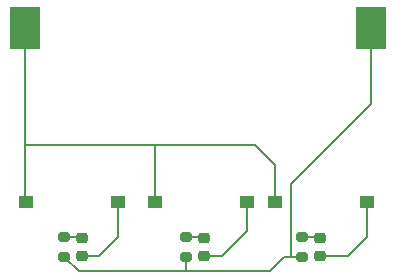
<source format=gbr>
%TF.GenerationSoftware,KiCad,Pcbnew,8.0.6*%
%TF.CreationDate,2025-04-02T21:44:45+01:00*%
%TF.ProjectId,PCB_1001_00,5043425f-3130-4303-915f-30302e6b6963,01*%
%TF.SameCoordinates,Original*%
%TF.FileFunction,Copper,L1,Top*%
%TF.FilePolarity,Positive*%
%FSLAX46Y46*%
G04 Gerber Fmt 4.6, Leading zero omitted, Abs format (unit mm)*
G04 Created by KiCad (PCBNEW 8.0.6) date 2025-04-02 21:44:45*
%MOMM*%
%LPD*%
G01*
G04 APERTURE LIST*
G04 Aperture macros list*
%AMRoundRect*
0 Rectangle with rounded corners*
0 $1 Rounding radius*
0 $2 $3 $4 $5 $6 $7 $8 $9 X,Y pos of 4 corners*
0 Add a 4 corners polygon primitive as box body*
4,1,4,$2,$3,$4,$5,$6,$7,$8,$9,$2,$3,0*
0 Add four circle primitives for the rounded corners*
1,1,$1+$1,$2,$3*
1,1,$1+$1,$4,$5*
1,1,$1+$1,$6,$7*
1,1,$1+$1,$8,$9*
0 Add four rect primitives between the rounded corners*
20,1,$1+$1,$2,$3,$4,$5,0*
20,1,$1+$1,$4,$5,$6,$7,0*
20,1,$1+$1,$6,$7,$8,$9,0*
20,1,$1+$1,$8,$9,$2,$3,0*%
G04 Aperture macros list end*
%TA.AperFunction,SMDPad,CuDef*%
%ADD10RoundRect,0.218750X-0.256250X0.218750X-0.256250X-0.218750X0.256250X-0.218750X0.256250X0.218750X0*%
%TD*%
%TA.AperFunction,SMDPad,CuDef*%
%ADD11R,1.250000X1.000000*%
%TD*%
%TA.AperFunction,SMDPad,CuDef*%
%ADD12R,2.600000X3.600000*%
%TD*%
%TA.AperFunction,SMDPad,CuDef*%
%ADD13RoundRect,0.200000X-0.275000X0.200000X-0.275000X-0.200000X0.275000X-0.200000X0.275000X0.200000X0*%
%TD*%
%TA.AperFunction,Conductor*%
%ADD14C,0.200000*%
%TD*%
G04 APERTURE END LIST*
D10*
%TO.P,D2,1,K*%
%TO.N,Net-(D2-K)*%
X143256000Y-108178500D03*
%TO.P,D2,2,A*%
%TO.N,Net-(D2-A)*%
X143256000Y-109753500D03*
%TD*%
D11*
%TO.P,SW2,1,A*%
%TO.N,Net-(BT1-+)*%
X139127000Y-105156000D03*
%TO.P,SW2,2,B*%
%TO.N,Net-(D2-A)*%
X146877000Y-105156000D03*
%TD*%
D10*
%TO.P,D3,1,K*%
%TO.N,Net-(D3-K)*%
X153097000Y-108178500D03*
%TO.P,D3,2,A*%
%TO.N,Net-(D3-A)*%
X153097000Y-109753500D03*
%TD*%
%TO.P,D1,1,K*%
%TO.N,Net-(D1-K)*%
X132979000Y-108178500D03*
%TO.P,D1,2,A*%
%TO.N,Net-(D1-A)*%
X132979000Y-109753500D03*
%TD*%
D11*
%TO.P,SW3,1,A*%
%TO.N,Net-(BT1-+)*%
X149287000Y-105156000D03*
%TO.P,SW3,2,B*%
%TO.N,Net-(D3-A)*%
X157037000Y-105156000D03*
%TD*%
D12*
%TO.P,BT1,1,+*%
%TO.N,Net-(BT1-+)*%
X128098000Y-90424000D03*
%TO.P,BT1,2,-*%
%TO.N,Net-(BT1--)*%
X157398000Y-90424000D03*
%TD*%
D13*
%TO.P,R2,1*%
%TO.N,Net-(D2-K)*%
X141732000Y-108121000D03*
%TO.P,R2,2*%
%TO.N,Net-(BT1--)*%
X141732000Y-109771000D03*
%TD*%
%TO.P,R3,1*%
%TO.N,Net-(D3-K)*%
X151547500Y-108121000D03*
%TO.P,R3,2*%
%TO.N,Net-(BT1--)*%
X151547500Y-109771000D03*
%TD*%
%TO.P,R1,1*%
%TO.N,Net-(D1-K)*%
X131455000Y-108121000D03*
%TO.P,R1,2*%
%TO.N,Net-(BT1--)*%
X131455000Y-109771000D03*
%TD*%
D11*
%TO.P,SW1,1,A*%
%TO.N,Net-(BT1-+)*%
X128205000Y-105156000D03*
%TO.P,SW1,2,B*%
%TO.N,Net-(D1-A)*%
X135955000Y-105156000D03*
%TD*%
D14*
%TO.N,Net-(BT1--)*%
X150622000Y-109771000D02*
X151547500Y-109771000D01*
X150071000Y-109771000D02*
X150622000Y-109771000D01*
X150622000Y-103632000D02*
X150622000Y-109771000D01*
X141732000Y-109771000D02*
X141732000Y-110998000D01*
X141732000Y-110998000D02*
X148844000Y-110998000D01*
X132682000Y-110998000D02*
X141732000Y-110998000D01*
X148844000Y-110998000D02*
X150071000Y-109771000D01*
X131455000Y-109771000D02*
X132682000Y-110998000D01*
X157398000Y-96856000D02*
X150622000Y-103632000D01*
X157398000Y-90424000D02*
X157398000Y-96856000D01*
%TO.N,Net-(BT1-+)*%
X139127000Y-100395000D02*
X139127000Y-105156000D01*
X139192000Y-100330000D02*
X139127000Y-100395000D01*
X138938000Y-100330000D02*
X139192000Y-100330000D01*
X138938000Y-100330000D02*
X147574000Y-100330000D01*
X128098000Y-100330000D02*
X138938000Y-100330000D01*
X149287000Y-102043000D02*
X149287000Y-105156000D01*
X147574000Y-100330000D02*
X149287000Y-102043000D01*
X128098000Y-100330000D02*
X128098000Y-105049000D01*
X128098000Y-90424000D02*
X128098000Y-100330000D01*
X128098000Y-105049000D02*
X128205000Y-105156000D01*
%TO.N,Net-(D3-A)*%
X157037000Y-108139000D02*
X157037000Y-105156000D01*
X155422500Y-109753500D02*
X157037000Y-108139000D01*
X153097000Y-109753500D02*
X155422500Y-109753500D01*
%TO.N,Net-(D1-A)*%
X133858000Y-109728000D02*
X133832500Y-109753500D01*
X134366000Y-109728000D02*
X133858000Y-109728000D01*
X135955000Y-108139000D02*
X134366000Y-109728000D01*
X133832500Y-109753500D02*
X132979000Y-109753500D01*
X135955000Y-105156000D02*
X135955000Y-108139000D01*
%TO.N,Net-(D2-A)*%
X146877000Y-107631000D02*
X146877000Y-105156000D01*
X144754500Y-109753500D02*
X146877000Y-107631000D01*
X143256000Y-109753500D02*
X144754500Y-109753500D01*
%TO.N,Net-(D3-K)*%
X151547500Y-108121000D02*
X153039500Y-108121000D01*
X153039500Y-108121000D02*
X153097000Y-108178500D01*
%TO.N,Net-(D2-K)*%
X143198500Y-108121000D02*
X143256000Y-108178500D01*
X141732000Y-108121000D02*
X143198500Y-108121000D01*
%TO.N,Net-(D1-K)*%
X132921500Y-108121000D02*
X132979000Y-108178500D01*
X131455000Y-108121000D02*
X132921500Y-108121000D01*
%TD*%
M02*

</source>
